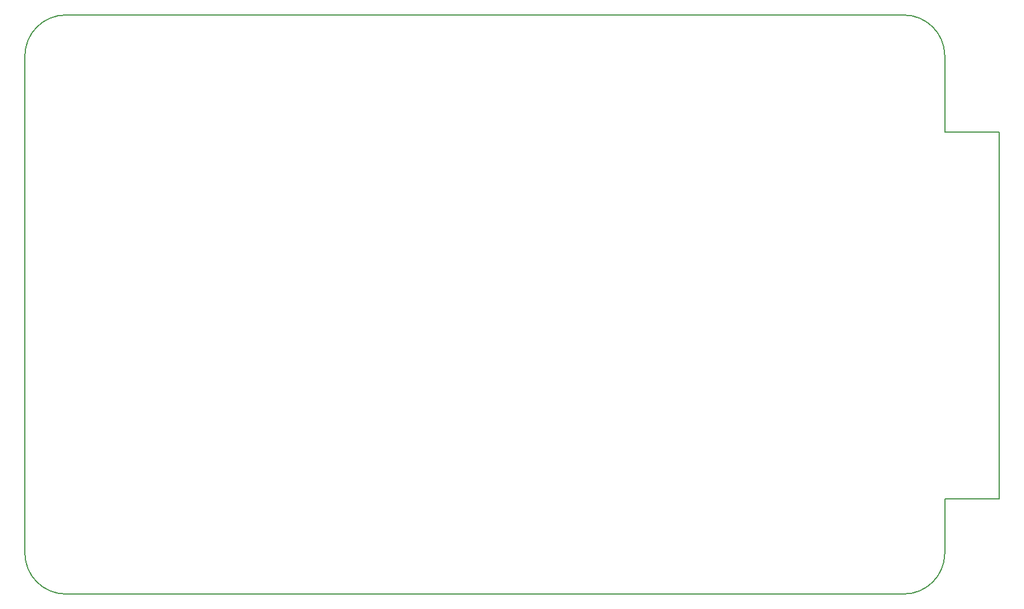
<source format=gm1>
G04 #@! TF.GenerationSoftware,KiCad,Pcbnew,5.1.10*
G04 #@! TF.CreationDate,2022-05-11T23:07:42-07:00*
G04 #@! TF.ProjectId,zf_vga,7a665f76-6761-42e6-9b69-6361645f7063,rev?*
G04 #@! TF.SameCoordinates,Original*
G04 #@! TF.FileFunction,Profile,NP*
%FSLAX46Y46*%
G04 Gerber Fmt 4.6, Leading zero omitted, Abs format (unit mm)*
G04 Created by KiCad (PCBNEW 5.1.10) date 2022-05-11 23:07:42*
%MOMM*%
%LPD*%
G01*
G04 APERTURE LIST*
G04 #@! TA.AperFunction,Profile*
%ADD10C,0.150000*%
G04 #@! TD*
G04 APERTURE END LIST*
D10*
X215619000Y-24494000D02*
G75*
G02*
X221619000Y-30494000I0J-6000000D01*
G01*
X221619000Y-103494000D02*
G75*
G02*
X215619000Y-109494000I-6000000J0D01*
G01*
X92619000Y-109494000D02*
G75*
G02*
X86619000Y-103494000I0J6000000D01*
G01*
X86619000Y-30494000D02*
G75*
G02*
X92619000Y-24494000I6000000J0D01*
G01*
X92619000Y-109494000D02*
X215619000Y-109494000D01*
X86619000Y-30494000D02*
X86618999Y-103494000D01*
X229618999Y-95539000D02*
X221618999Y-95539000D01*
X229618999Y-41719000D02*
X229618999Y-95539000D01*
X221618999Y-41719000D02*
X229618999Y-41719000D01*
X221618999Y-103494000D02*
X221618999Y-95539000D01*
X221618999Y-30494000D02*
X221618999Y-41719000D01*
X92619000Y-24494000D02*
X215619000Y-24494000D01*
M02*

</source>
